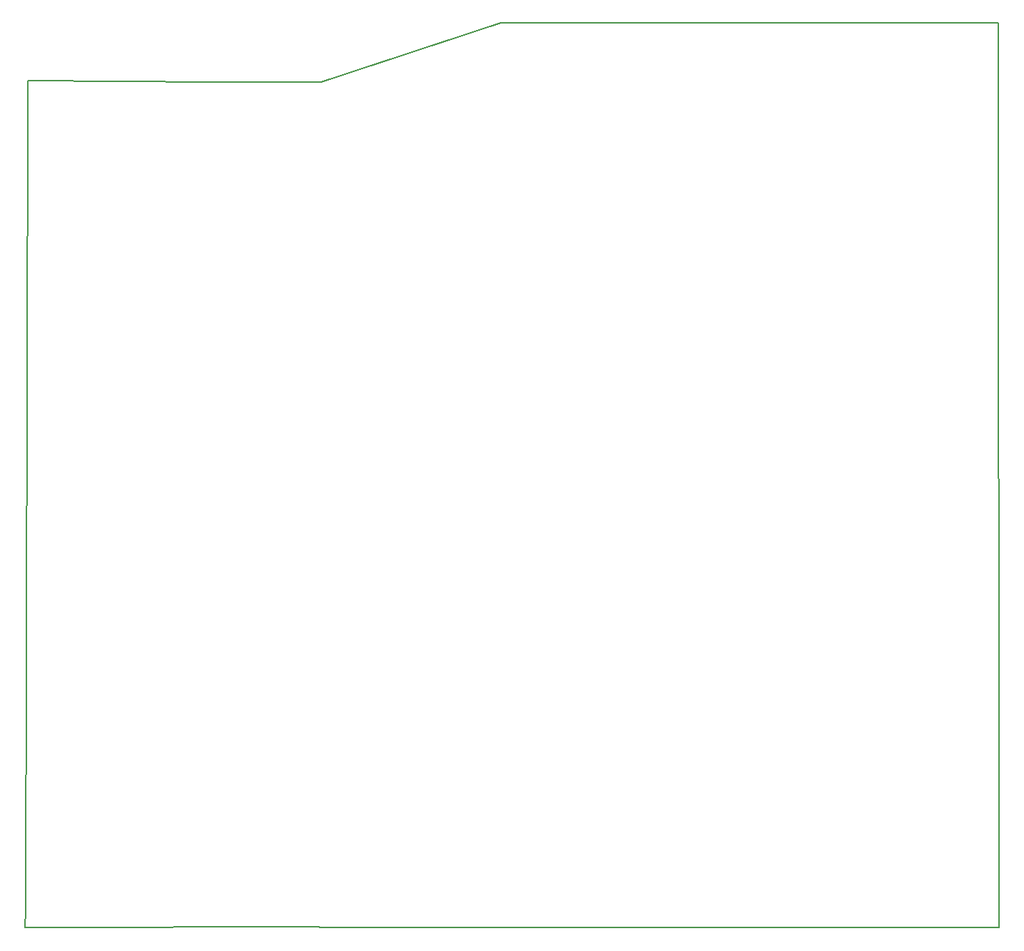
<source format=gbr>
G04 #@! TF.GenerationSoftware,KiCad,Pcbnew,(5.0.1-3-g963ef8bb5)*
G04 #@! TF.CreationDate,2019-02-26T10:41:44-08:00*
G04 #@! TF.ProjectId,atreus-butterfly-62,6174726575732D627574746572666C79,rev?*
G04 #@! TF.SameCoordinates,Original*
G04 #@! TF.FileFunction,Profile,NP*
%FSLAX46Y46*%
G04 Gerber Fmt 4.6, Leading zero omitted, Abs format (unit mm)*
G04 Created by KiCad (PCBNEW (5.0.1-3-g963ef8bb5)) date Tuesday, February 26, 2019 at 10:41:44 AM*
%MOMM*%
%LPD*%
G01*
G04 APERTURE LIST*
%ADD10C,0.150000*%
G04 APERTURE END LIST*
D10*
X94700000Y-45100000D02*
X73300000Y-52100000D01*
X153700000Y-45100000D02*
X94700000Y-45100000D01*
X153800000Y-152400000D02*
X153700000Y-45100000D01*
X73200000Y-152400000D02*
X153800000Y-152400000D01*
X38200000Y-152450000D02*
X73150000Y-152350000D01*
X38250000Y-150400000D02*
X38200000Y-152450000D01*
X38500000Y-51900000D02*
X38500000Y-55450000D01*
X60400000Y-52100000D02*
X38500000Y-51900000D01*
X73350000Y-52100000D02*
X60400000Y-52100000D01*
X38500000Y-54550000D02*
X38300000Y-150350000D01*
M02*

</source>
